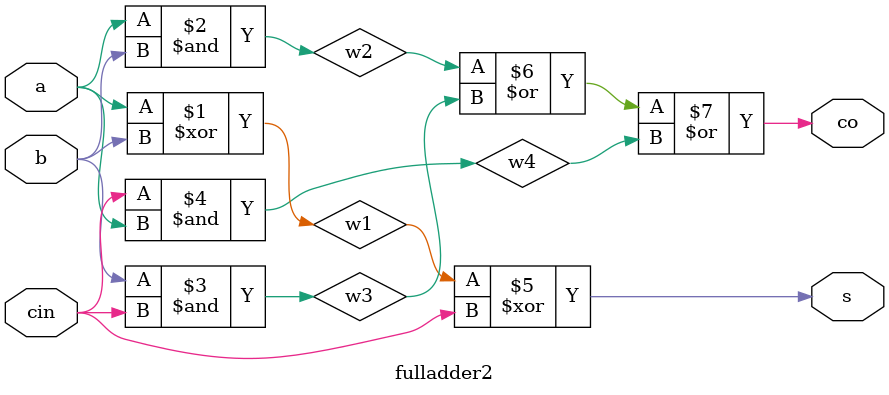
<source format=v>
`timescale 1ns / 1ps


module fulladder2(
    input a,b,cin,
    output s,co
    );
    wire w1,w2,w3,w4;
    xor g1(w1,a,b);
    and g2(w2,a,b);
    and g3(w3,b,cin);
    and g4(w4,cin,a);
    xor g5(s,w1,cin);
    or g6(co,w2,w3,w4);
endmodule

</source>
